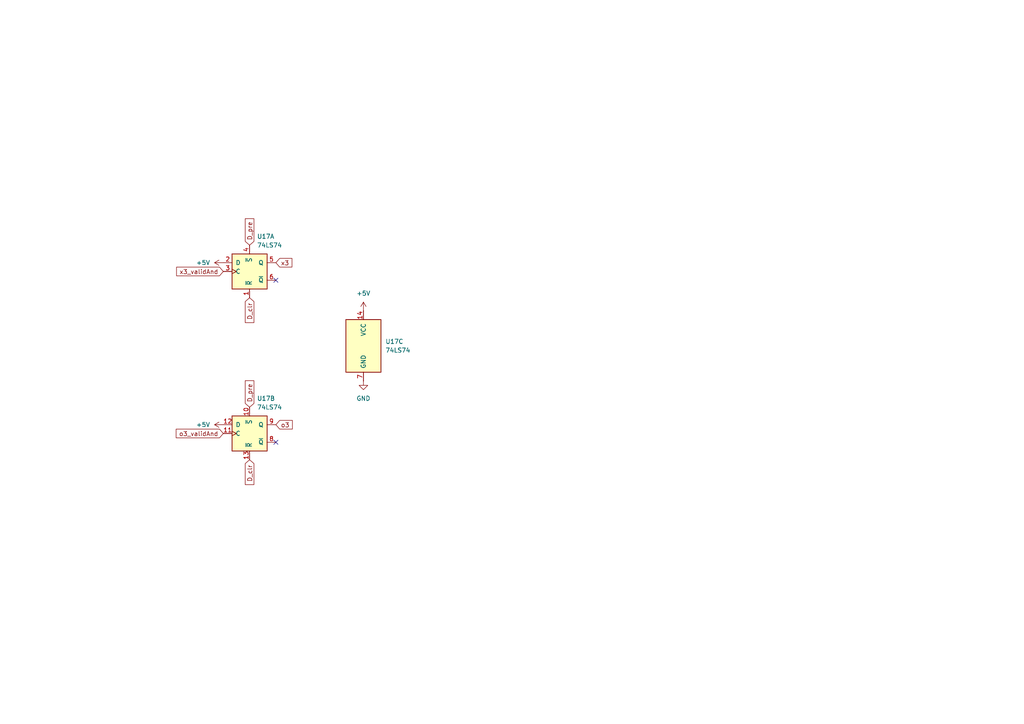
<source format=kicad_sch>
(kicad_sch
	(version 20250114)
	(generator "eeschema")
	(generator_version "9.0")
	(uuid "0f222bc9-c86a-4c26-921d-459394749d18")
	(paper "A4")
	(lib_symbols
		(symbol "74xx:74LS74"
			(pin_names
				(offset 1.016)
			)
			(exclude_from_sim no)
			(in_bom yes)
			(on_board yes)
			(property "Reference" "U"
				(at -7.62 8.89 0)
				(effects
					(font
						(size 1.27 1.27)
					)
				)
			)
			(property "Value" "74LS74"
				(at -7.62 -8.89 0)
				(effects
					(font
						(size 1.27 1.27)
					)
				)
			)
			(property "Footprint" ""
				(at 0 0 0)
				(effects
					(font
						(size 1.27 1.27)
					)
					(hide yes)
				)
			)
			(property "Datasheet" "74xx/74hc_hct74.pdf"
				(at 0 0 0)
				(effects
					(font
						(size 1.27 1.27)
					)
					(hide yes)
				)
			)
			(property "Description" "Dual D Flip-flop, Set & Reset"
				(at 0 0 0)
				(effects
					(font
						(size 1.27 1.27)
					)
					(hide yes)
				)
			)
			(property "ki_locked" ""
				(at 0 0 0)
				(effects
					(font
						(size 1.27 1.27)
					)
				)
			)
			(property "ki_keywords" "TTL DFF"
				(at 0 0 0)
				(effects
					(font
						(size 1.27 1.27)
					)
					(hide yes)
				)
			)
			(property "ki_fp_filters" "DIP*W7.62mm*"
				(at 0 0 0)
				(effects
					(font
						(size 1.27 1.27)
					)
					(hide yes)
				)
			)
			(symbol "74LS74_1_0"
				(pin input line
					(at -7.62 2.54 0)
					(length 2.54)
					(name "D"
						(effects
							(font
								(size 1.27 1.27)
							)
						)
					)
					(number "2"
						(effects
							(font
								(size 1.27 1.27)
							)
						)
					)
				)
				(pin input clock
					(at -7.62 0 0)
					(length 2.54)
					(name "C"
						(effects
							(font
								(size 1.27 1.27)
							)
						)
					)
					(number "3"
						(effects
							(font
								(size 1.27 1.27)
							)
						)
					)
				)
				(pin input line
					(at 0 7.62 270)
					(length 2.54)
					(name "~{S}"
						(effects
							(font
								(size 1.27 1.27)
							)
						)
					)
					(number "4"
						(effects
							(font
								(size 1.27 1.27)
							)
						)
					)
				)
				(pin input line
					(at 0 -7.62 90)
					(length 2.54)
					(name "~{R}"
						(effects
							(font
								(size 1.27 1.27)
							)
						)
					)
					(number "1"
						(effects
							(font
								(size 1.27 1.27)
							)
						)
					)
				)
				(pin output line
					(at 7.62 2.54 180)
					(length 2.54)
					(name "Q"
						(effects
							(font
								(size 1.27 1.27)
							)
						)
					)
					(number "5"
						(effects
							(font
								(size 1.27 1.27)
							)
						)
					)
				)
				(pin output line
					(at 7.62 -2.54 180)
					(length 2.54)
					(name "~{Q}"
						(effects
							(font
								(size 1.27 1.27)
							)
						)
					)
					(number "6"
						(effects
							(font
								(size 1.27 1.27)
							)
						)
					)
				)
			)
			(symbol "74LS74_1_1"
				(rectangle
					(start -5.08 5.08)
					(end 5.08 -5.08)
					(stroke
						(width 0.254)
						(type default)
					)
					(fill
						(type background)
					)
				)
			)
			(symbol "74LS74_2_0"
				(pin input line
					(at -7.62 2.54 0)
					(length 2.54)
					(name "D"
						(effects
							(font
								(size 1.27 1.27)
							)
						)
					)
					(number "12"
						(effects
							(font
								(size 1.27 1.27)
							)
						)
					)
				)
				(pin input clock
					(at -7.62 0 0)
					(length 2.54)
					(name "C"
						(effects
							(font
								(size 1.27 1.27)
							)
						)
					)
					(number "11"
						(effects
							(font
								(size 1.27 1.27)
							)
						)
					)
				)
				(pin input line
					(at 0 7.62 270)
					(length 2.54)
					(name "~{S}"
						(effects
							(font
								(size 1.27 1.27)
							)
						)
					)
					(number "10"
						(effects
							(font
								(size 1.27 1.27)
							)
						)
					)
				)
				(pin input line
					(at 0 -7.62 90)
					(length 2.54)
					(name "~{R}"
						(effects
							(font
								(size 1.27 1.27)
							)
						)
					)
					(number "13"
						(effects
							(font
								(size 1.27 1.27)
							)
						)
					)
				)
				(pin output line
					(at 7.62 2.54 180)
					(length 2.54)
					(name "Q"
						(effects
							(font
								(size 1.27 1.27)
							)
						)
					)
					(number "9"
						(effects
							(font
								(size 1.27 1.27)
							)
						)
					)
				)
				(pin output line
					(at 7.62 -2.54 180)
					(length 2.54)
					(name "~{Q}"
						(effects
							(font
								(size 1.27 1.27)
							)
						)
					)
					(number "8"
						(effects
							(font
								(size 1.27 1.27)
							)
						)
					)
				)
			)
			(symbol "74LS74_2_1"
				(rectangle
					(start -5.08 5.08)
					(end 5.08 -5.08)
					(stroke
						(width 0.254)
						(type default)
					)
					(fill
						(type background)
					)
				)
			)
			(symbol "74LS74_3_0"
				(pin power_in line
					(at 0 10.16 270)
					(length 2.54)
					(name "VCC"
						(effects
							(font
								(size 1.27 1.27)
							)
						)
					)
					(number "14"
						(effects
							(font
								(size 1.27 1.27)
							)
						)
					)
				)
				(pin power_in line
					(at 0 -10.16 90)
					(length 2.54)
					(name "GND"
						(effects
							(font
								(size 1.27 1.27)
							)
						)
					)
					(number "7"
						(effects
							(font
								(size 1.27 1.27)
							)
						)
					)
				)
			)
			(symbol "74LS74_3_1"
				(rectangle
					(start -5.08 7.62)
					(end 5.08 -7.62)
					(stroke
						(width 0.254)
						(type default)
					)
					(fill
						(type background)
					)
				)
			)
			(embedded_fonts no)
		)
		(symbol "power:+5V"
			(power)
			(pin_numbers
				(hide yes)
			)
			(pin_names
				(offset 0)
				(hide yes)
			)
			(exclude_from_sim no)
			(in_bom yes)
			(on_board yes)
			(property "Reference" "#PWR"
				(at 0 -3.81 0)
				(effects
					(font
						(size 1.27 1.27)
					)
					(hide yes)
				)
			)
			(property "Value" "+5V"
				(at 0 3.556 0)
				(effects
					(font
						(size 1.27 1.27)
					)
				)
			)
			(property "Footprint" ""
				(at 0 0 0)
				(effects
					(font
						(size 1.27 1.27)
					)
					(hide yes)
				)
			)
			(property "Datasheet" ""
				(at 0 0 0)
				(effects
					(font
						(size 1.27 1.27)
					)
					(hide yes)
				)
			)
			(property "Description" "Power symbol creates a global label with name \"+5V\""
				(at 0 0 0)
				(effects
					(font
						(size 1.27 1.27)
					)
					(hide yes)
				)
			)
			(property "ki_keywords" "global power"
				(at 0 0 0)
				(effects
					(font
						(size 1.27 1.27)
					)
					(hide yes)
				)
			)
			(symbol "+5V_0_1"
				(polyline
					(pts
						(xy -0.762 1.27) (xy 0 2.54)
					)
					(stroke
						(width 0)
						(type default)
					)
					(fill
						(type none)
					)
				)
				(polyline
					(pts
						(xy 0 2.54) (xy 0.762 1.27)
					)
					(stroke
						(width 0)
						(type default)
					)
					(fill
						(type none)
					)
				)
				(polyline
					(pts
						(xy 0 0) (xy 0 2.54)
					)
					(stroke
						(width 0)
						(type default)
					)
					(fill
						(type none)
					)
				)
			)
			(symbol "+5V_1_1"
				(pin power_in line
					(at 0 0 90)
					(length 0)
					(name "~"
						(effects
							(font
								(size 1.27 1.27)
							)
						)
					)
					(number "1"
						(effects
							(font
								(size 1.27 1.27)
							)
						)
					)
				)
			)
			(embedded_fonts no)
		)
		(symbol "power:GND"
			(power)
			(pin_numbers
				(hide yes)
			)
			(pin_names
				(offset 0)
				(hide yes)
			)
			(exclude_from_sim no)
			(in_bom yes)
			(on_board yes)
			(property "Reference" "#PWR"
				(at 0 -6.35 0)
				(effects
					(font
						(size 1.27 1.27)
					)
					(hide yes)
				)
			)
			(property "Value" "GND"
				(at 0 -3.81 0)
				(effects
					(font
						(size 1.27 1.27)
					)
				)
			)
			(property "Footprint" ""
				(at 0 0 0)
				(effects
					(font
						(size 1.27 1.27)
					)
					(hide yes)
				)
			)
			(property "Datasheet" ""
				(at 0 0 0)
				(effects
					(font
						(size 1.27 1.27)
					)
					(hide yes)
				)
			)
			(property "Description" "Power symbol creates a global label with name \"GND\" , ground"
				(at 0 0 0)
				(effects
					(font
						(size 1.27 1.27)
					)
					(hide yes)
				)
			)
			(property "ki_keywords" "global power"
				(at 0 0 0)
				(effects
					(font
						(size 1.27 1.27)
					)
					(hide yes)
				)
			)
			(symbol "GND_0_1"
				(polyline
					(pts
						(xy 0 0) (xy 0 -1.27) (xy 1.27 -1.27) (xy 0 -2.54) (xy -1.27 -1.27) (xy 0 -1.27)
					)
					(stroke
						(width 0)
						(type default)
					)
					(fill
						(type none)
					)
				)
			)
			(symbol "GND_1_1"
				(pin power_in line
					(at 0 0 270)
					(length 0)
					(name "~"
						(effects
							(font
								(size 1.27 1.27)
							)
						)
					)
					(number "1"
						(effects
							(font
								(size 1.27 1.27)
							)
						)
					)
				)
			)
			(embedded_fonts no)
		)
	)
	(no_connect
		(at 80.01 128.27)
		(uuid "740a870a-82a7-492a-94b2-1b8694927990")
	)
	(no_connect
		(at 80.01 81.28)
		(uuid "d7788c86-4acb-49cf-a25a-1dc2b1f735d9")
	)
	(global_label "o3"
		(shape input)
		(at 80.01 123.19 0)
		(fields_autoplaced yes)
		(effects
			(font
				(size 1.27 1.27)
			)
			(justify left)
		)
		(uuid "1a1fbdc8-1128-4c7c-88d7-01e994ff204f")
		(property "Intersheetrefs" "${INTERSHEET_REFS}"
			(at 85.3537 123.19 0)
			(effects
				(font
					(size 1.27 1.27)
				)
				(justify left)
				(hide yes)
			)
		)
	)
	(global_label "D_clr"
		(shape input)
		(at 72.39 86.36 270)
		(fields_autoplaced yes)
		(effects
			(font
				(size 1.27 1.27)
			)
			(justify right)
		)
		(uuid "5a33c49e-d0e8-4780-8cd6-72d81bb47a2d")
		(property "Intersheetrefs" "${INTERSHEET_REFS}"
			(at 72.39 94.1228 90)
			(effects
				(font
					(size 1.27 1.27)
				)
				(justify right)
				(hide yes)
			)
		)
	)
	(global_label "x3_validAnd"
		(shape input)
		(at 64.77 78.74 180)
		(fields_autoplaced yes)
		(effects
			(font
				(size 1.27 1.27)
			)
			(justify right)
		)
		(uuid "73a5b353-37fe-4004-86c6-694a2d835d16")
		(property "Intersheetrefs" "${INTERSHEET_REFS}"
			(at 50.6574 78.74 0)
			(effects
				(font
					(size 1.27 1.27)
				)
				(justify right)
				(hide yes)
			)
		)
	)
	(global_label "D_clr"
		(shape input)
		(at 72.39 133.35 270)
		(fields_autoplaced yes)
		(effects
			(font
				(size 1.27 1.27)
			)
			(justify right)
		)
		(uuid "7800c539-e804-4d3a-bfb1-5ee3fcdff7d7")
		(property "Intersheetrefs" "${INTERSHEET_REFS}"
			(at 72.39 141.1128 90)
			(effects
				(font
					(size 1.27 1.27)
				)
				(justify right)
				(hide yes)
			)
		)
	)
	(global_label "x3"
		(shape input)
		(at 80.01 76.2 0)
		(fields_autoplaced yes)
		(effects
			(font
				(size 1.27 1.27)
			)
			(justify left)
		)
		(uuid "8160726d-2e4b-4f83-a123-c13f1c9b1684")
		(property "Intersheetrefs" "${INTERSHEET_REFS}"
			(at 85.2328 76.2 0)
			(effects
				(font
					(size 1.27 1.27)
				)
				(justify left)
				(hide yes)
			)
		)
	)
	(global_label "D_pre"
		(shape input)
		(at 72.39 118.11 90)
		(fields_autoplaced yes)
		(effects
			(font
				(size 1.27 1.27)
			)
			(justify left)
		)
		(uuid "88df0c8f-2e79-4595-92f6-545e60b0fe24")
		(property "Intersheetrefs" "${INTERSHEET_REFS}"
			(at 72.39 109.8634 90)
			(effects
				(font
					(size 1.27 1.27)
				)
				(justify left)
				(hide yes)
			)
		)
	)
	(global_label "D_pre"
		(shape input)
		(at 72.39 71.12 90)
		(fields_autoplaced yes)
		(effects
			(font
				(size 1.27 1.27)
			)
			(justify left)
		)
		(uuid "d1172747-dd98-4d7e-99c8-c51a7f1e61c5")
		(property "Intersheetrefs" "${INTERSHEET_REFS}"
			(at 72.39 62.8734 90)
			(effects
				(font
					(size 1.27 1.27)
				)
				(justify left)
				(hide yes)
			)
		)
	)
	(global_label "o3_validAnd"
		(shape input)
		(at 64.77 125.73 180)
		(fields_autoplaced yes)
		(effects
			(font
				(size 1.27 1.27)
			)
			(justify right)
		)
		(uuid "dbc3fc04-cf2d-42ca-8af6-6f75a318df6c")
		(property "Intersheetrefs" "${INTERSHEET_REFS}"
			(at 50.5365 125.73 0)
			(effects
				(font
					(size 1.27 1.27)
				)
				(justify right)
				(hide yes)
			)
		)
	)
	(symbol
		(lib_id "power:GND")
		(at 105.41 110.49 0)
		(unit 1)
		(exclude_from_sim no)
		(in_bom yes)
		(on_board yes)
		(dnp no)
		(fields_autoplaced yes)
		(uuid "03a0912c-3872-4bb9-8607-8b7a952ccb8a")
		(property "Reference" "#PWR032"
			(at 105.41 116.84 0)
			(effects
				(font
					(size 1.27 1.27)
				)
				(hide yes)
			)
		)
		(property "Value" "GND"
			(at 105.41 115.57 0)
			(effects
				(font
					(size 1.27 1.27)
				)
			)
		)
		(property "Footprint" ""
			(at 105.41 110.49 0)
			(effects
				(font
					(size 1.27 1.27)
				)
				(hide yes)
			)
		)
		(property "Datasheet" ""
			(at 105.41 110.49 0)
			(effects
				(font
					(size 1.27 1.27)
				)
				(hide yes)
			)
		)
		(property "Description" "Power symbol creates a global label with name \"GND\" , ground"
			(at 105.41 110.49 0)
			(effects
				(font
					(size 1.27 1.27)
				)
				(hide yes)
			)
		)
		(pin "1"
			(uuid "201c05cd-6ebd-4bd2-8ea9-a5b46d09fd73")
		)
		(instances
			(project ""
				(path "/0f222bc9-c86a-4c26-921d-459394749d18/d28b41d6-11a7-4f55-bec0-ed8ecfca62cd/f1c7a784-7a58-4ad1-a6e5-26b16abb1547"
					(reference "#PWR032")
					(unit 1)
				)
			)
		)
	)
	(symbol
		(lib_id "power:+5V")
		(at 64.77 123.19 90)
		(unit 1)
		(exclude_from_sim no)
		(in_bom yes)
		(on_board yes)
		(dnp no)
		(fields_autoplaced yes)
		(uuid "10f0438f-58ea-4fef-bbfe-b0bee9c67000")
		(property "Reference" "#PWR030"
			(at 68.58 123.19 0)
			(effects
				(font
					(size 1.27 1.27)
				)
				(hide yes)
			)
		)
		(property "Value" "+5V"
			(at 60.96 123.1899 90)
			(effects
				(font
					(size 1.27 1.27)
				)
				(justify left)
			)
		)
		(property "Footprint" ""
			(at 64.77 123.19 0)
			(effects
				(font
					(size 1.27 1.27)
				)
				(hide yes)
			)
		)
		(property "Datasheet" ""
			(at 64.77 123.19 0)
			(effects
				(font
					(size 1.27 1.27)
				)
				(hide yes)
			)
		)
		(property "Description" "Power symbol creates a global label with name \"+5V\""
			(at 64.77 123.19 0)
			(effects
				(font
					(size 1.27 1.27)
				)
				(hide yes)
			)
		)
		(pin "1"
			(uuid "69edb7f3-5313-4890-ac4a-ab3afa7aedd0")
		)
		(instances
			(project ""
				(path "/0f222bc9-c86a-4c26-921d-459394749d18/d28b41d6-11a7-4f55-bec0-ed8ecfca62cd/f1c7a784-7a58-4ad1-a6e5-26b16abb1547"
					(reference "#PWR030")
					(unit 1)
				)
			)
		)
	)
	(symbol
		(lib_id "74xx:74LS74")
		(at 72.39 78.74 0)
		(unit 1)
		(exclude_from_sim no)
		(in_bom yes)
		(on_board yes)
		(dnp no)
		(fields_autoplaced yes)
		(uuid "4938c0f0-43e2-43aa-a9f0-32568dd6f324")
		(property "Reference" "U17"
			(at 74.5333 68.58 0)
			(effects
				(font
					(size 1.27 1.27)
				)
				(justify left)
			)
		)
		(property "Value" "74LS74"
			(at 74.5333 71.12 0)
			(effects
				(font
					(size 1.27 1.27)
				)
				(justify left)
			)
		)
		(property "Footprint" "Package_DIP:DIP-14_W7.62mm"
			(at 72.39 78.74 0)
			(effects
				(font
					(size 1.27 1.27)
				)
				(hide yes)
			)
		)
		(property "Datasheet" "74xx/74hc_hct74.pdf"
			(at 72.39 78.74 0)
			(effects
				(font
					(size 1.27 1.27)
				)
				(hide yes)
			)
		)
		(property "Description" "Dual D Flip-flop, Set & Reset"
			(at 72.39 78.74 0)
			(effects
				(font
					(size 1.27 1.27)
				)
				(hide yes)
			)
		)
		(pin "12"
			(uuid "b151a4c0-95ef-4496-bf8a-2c1fb6f960d4")
		)
		(pin "4"
			(uuid "72044312-ee5d-4226-9cef-0c11f91c01a6")
		)
		(pin "14"
			(uuid "1e7d8e54-afc2-490c-afef-40a46277b200")
		)
		(pin "3"
			(uuid "e2bebdf8-1da9-4c5c-8e1a-e8779afb20de")
		)
		(pin "8"
			(uuid "17c29a99-a9d4-4278-9bb4-85547421c95e")
		)
		(pin "5"
			(uuid "49b61514-b919-4858-bd2e-0af8302243fd")
		)
		(pin "11"
			(uuid "234d3305-417f-450a-96a2-e38f3f7cd055")
		)
		(pin "10"
			(uuid "e06bad5a-fe59-4017-b3fb-ab5f5514b0c1")
		)
		(pin "13"
			(uuid "d1c5766f-7571-4b4a-a396-2c373b657b34")
		)
		(pin "7"
			(uuid "a0541d54-4040-4978-a2ae-140970f9dab2")
		)
		(pin "2"
			(uuid "ccf46a8e-9ed9-4bb9-a50f-6070b22570cc")
		)
		(pin "9"
			(uuid "76462129-3cef-4f26-af9a-83d9148fd459")
		)
		(pin "6"
			(uuid "49bb5dbe-358d-4d62-af05-0de19aff91c0")
		)
		(pin "1"
			(uuid "b27c60fc-8a8c-41ca-bfdc-46162752ad4f")
		)
		(instances
			(project ""
				(path "/0f222bc9-c86a-4c26-921d-459394749d18/d28b41d6-11a7-4f55-bec0-ed8ecfca62cd/f1c7a784-7a58-4ad1-a6e5-26b16abb1547"
					(reference "U17")
					(unit 1)
				)
			)
		)
	)
	(symbol
		(lib_id "74xx:74LS74")
		(at 105.41 100.33 0)
		(unit 3)
		(exclude_from_sim no)
		(in_bom yes)
		(on_board yes)
		(dnp no)
		(fields_autoplaced yes)
		(uuid "5e5f376f-89df-4a8b-a2e2-27b7bd264947")
		(property "Reference" "U17"
			(at 111.76 99.0599 0)
			(effects
				(font
					(size 1.27 1.27)
				)
				(justify left)
			)
		)
		(property "Value" "74LS74"
			(at 111.76 101.5999 0)
			(effects
				(font
					(size 1.27 1.27)
				)
				(justify left)
			)
		)
		(property "Footprint" "Package_DIP:DIP-14_W7.62mm"
			(at 105.41 100.33 0)
			(effects
				(font
					(size 1.27 1.27)
				)
				(hide yes)
			)
		)
		(property "Datasheet" "74xx/74hc_hct74.pdf"
			(at 105.41 100.33 0)
			(effects
				(font
					(size 1.27 1.27)
				)
				(hide yes)
			)
		)
		(property "Description" "Dual D Flip-flop, Set & Reset"
			(at 105.41 100.33 0)
			(effects
				(font
					(size 1.27 1.27)
				)
				(hide yes)
			)
		)
		(pin "12"
			(uuid "b151a4c0-95ef-4496-bf8a-2c1fb6f960d3")
		)
		(pin "4"
			(uuid "a446bce5-b06e-4c69-bb57-25b705bb0759")
		)
		(pin "14"
			(uuid "37c2eb20-9f58-4d2a-aa89-6eccf0350923")
		)
		(pin "3"
			(uuid "a1297712-69b9-4d31-a6e3-e9d31e1118fa")
		)
		(pin "8"
			(uuid "17c29a99-a9d4-4278-9bb4-85547421c95d")
		)
		(pin "5"
			(uuid "d37bb2e3-74f6-47d1-a81e-869bdfc0d73e")
		)
		(pin "11"
			(uuid "234d3305-417f-450a-96a2-e38f3f7cd054")
		)
		(pin "10"
			(uuid "e06bad5a-fe59-4017-b3fb-ab5f5514b0c0")
		)
		(pin "13"
			(uuid "d1c5766f-7571-4b4a-a396-2c373b657b33")
		)
		(pin "7"
			(uuid "058e46e4-0632-4111-875d-7c6056d8373f")
		)
		(pin "2"
			(uuid "49d6c06a-92c6-4784-9284-7551a7d1ad1d")
		)
		(pin "9"
			(uuid "76462129-3cef-4f26-af9a-83d9148fd458")
		)
		(pin "6"
			(uuid "a173177a-d678-4ca1-91e5-25fbd731eed4")
		)
		(pin "1"
			(uuid "e72a8853-e290-441d-9efc-29ec16f9f8de")
		)
		(instances
			(project ""
				(path "/0f222bc9-c86a-4c26-921d-459394749d18/d28b41d6-11a7-4f55-bec0-ed8ecfca62cd/f1c7a784-7a58-4ad1-a6e5-26b16abb1547"
					(reference "U17")
					(unit 3)
				)
			)
		)
	)
	(symbol
		(lib_id "74xx:74LS74")
		(at 72.39 125.73 0)
		(unit 2)
		(exclude_from_sim no)
		(in_bom yes)
		(on_board yes)
		(dnp no)
		(fields_autoplaced yes)
		(uuid "9303ef51-2875-4ab0-a393-c0cf9ae4fb05")
		(property "Reference" "U17"
			(at 74.5333 115.57 0)
			(effects
				(font
					(size 1.27 1.27)
				)
				(justify left)
			)
		)
		(property "Value" "74LS74"
			(at 74.5333 118.11 0)
			(effects
				(font
					(size 1.27 1.27)
				)
				(justify left)
			)
		)
		(property "Footprint" "Package_DIP:DIP-14_W7.62mm"
			(at 72.39 125.73 0)
			(effects
				(font
					(size 1.27 1.27)
				)
				(hide yes)
			)
		)
		(property "Datasheet" "74xx/74hc_hct74.pdf"
			(at 72.39 125.73 0)
			(effects
				(font
					(size 1.27 1.27)
				)
				(hide yes)
			)
		)
		(property "Description" "Dual D Flip-flop, Set & Reset"
			(at 72.39 125.73 0)
			(effects
				(font
					(size 1.27 1.27)
				)
				(hide yes)
			)
		)
		(pin "12"
			(uuid "b9ff8977-bbd9-49d0-9977-8f3b7d8288a6")
		)
		(pin "4"
			(uuid "a446bce5-b06e-4c69-bb57-25b705bb075b")
		)
		(pin "14"
			(uuid "1e7d8e54-afc2-490c-afef-40a46277b201")
		)
		(pin "3"
			(uuid "a1297712-69b9-4d31-a6e3-e9d31e1118fc")
		)
		(pin "8"
			(uuid "a3f82b34-ffc4-48dc-9614-a4568672e3d1")
		)
		(pin "5"
			(uuid "d37bb2e3-74f6-47d1-a81e-869bdfc0d740")
		)
		(pin "11"
			(uuid "6fd23f62-61d6-4c4e-bbcf-f5bf53d89d5a")
		)
		(pin "10"
			(uuid "f88b404c-457e-494c-9285-ce7f69a46207")
		)
		(pin "13"
			(uuid "ac0be9b9-645b-4b9b-bc0f-8eb600018429")
		)
		(pin "7"
			(uuid "a0541d54-4040-4978-a2ae-140970f9dab3")
		)
		(pin "2"
			(uuid "49d6c06a-92c6-4784-9284-7551a7d1ad1f")
		)
		(pin "9"
			(uuid "893362a7-b99f-45de-8cbe-eddea390e76f")
		)
		(pin "6"
			(uuid "a173177a-d678-4ca1-91e5-25fbd731eed6")
		)
		(pin "1"
			(uuid "e72a8853-e290-441d-9efc-29ec16f9f8e0")
		)
		(instances
			(project ""
				(path "/0f222bc9-c86a-4c26-921d-459394749d18/d28b41d6-11a7-4f55-bec0-ed8ecfca62cd/f1c7a784-7a58-4ad1-a6e5-26b16abb1547"
					(reference "U17")
					(unit 2)
				)
			)
		)
	)
	(symbol
		(lib_id "power:+5V")
		(at 64.77 76.2 90)
		(unit 1)
		(exclude_from_sim no)
		(in_bom yes)
		(on_board yes)
		(dnp no)
		(fields_autoplaced yes)
		(uuid "e7d3b194-4fe6-4635-959c-960e0c89d83b")
		(property "Reference" "#PWR029"
			(at 68.58 76.2 0)
			(effects
				(font
					(size 1.27 1.27)
				)
				(hide yes)
			)
		)
		(property "Value" "+5V"
			(at 60.96 76.1999 90)
			(effects
				(font
					(size 1.27 1.27)
				)
				(justify left)
			)
		)
		(property "Footprint" ""
			(at 64.77 76.2 0)
			(effects
				(font
					(size 1.27 1.27)
				)
				(hide yes)
			)
		)
		(property "Datasheet" ""
			(at 64.77 76.2 0)
			(effects
				(font
					(size 1.27 1.27)
				)
				(hide yes)
			)
		)
		(property "Description" "Power symbol creates a global label with name \"+5V\""
			(at 64.77 76.2 0)
			(effects
				(font
					(size 1.27 1.27)
				)
				(hide yes)
			)
		)
		(pin "1"
			(uuid "aa635ba4-9e03-416a-bd72-6fa8a5e8e78d")
		)
		(instances
			(project ""
				(path "/0f222bc9-c86a-4c26-921d-459394749d18/d28b41d6-11a7-4f55-bec0-ed8ecfca62cd/f1c7a784-7a58-4ad1-a6e5-26b16abb1547"
					(reference "#PWR029")
					(unit 1)
				)
			)
		)
	)
	(symbol
		(lib_id "power:+5V")
		(at 105.41 90.17 0)
		(unit 1)
		(exclude_from_sim no)
		(in_bom yes)
		(on_board yes)
		(dnp no)
		(fields_autoplaced yes)
		(uuid "f6752fbe-01f2-4af4-80fb-bbd5e53da5be")
		(property "Reference" "#PWR031"
			(at 105.41 93.98 0)
			(effects
				(font
					(size 1.27 1.27)
				)
				(hide yes)
			)
		)
		(property "Value" "+5V"
			(at 105.41 85.09 0)
			(effects
				(font
					(size 1.27 1.27)
				)
			)
		)
		(property "Footprint" ""
			(at 105.41 90.17 0)
			(effects
				(font
					(size 1.27 1.27)
				)
				(hide yes)
			)
		)
		(property "Datasheet" ""
			(at 105.41 90.17 0)
			(effects
				(font
					(size 1.27 1.27)
				)
				(hide yes)
			)
		)
		(property "Description" "Power symbol creates a global label with name \"+5V\""
			(at 105.41 90.17 0)
			(effects
				(font
					(size 1.27 1.27)
				)
				(hide yes)
			)
		)
		(pin "1"
			(uuid "aafca3cf-c09c-4a37-870f-858a3b2ebcc3")
		)
		(instances
			(project ""
				(path "/0f222bc9-c86a-4c26-921d-459394749d18/d28b41d6-11a7-4f55-bec0-ed8ecfca62cd/f1c7a784-7a58-4ad1-a6e5-26b16abb1547"
					(reference "#PWR031")
					(unit 1)
				)
			)
		)
	)
)

</source>
